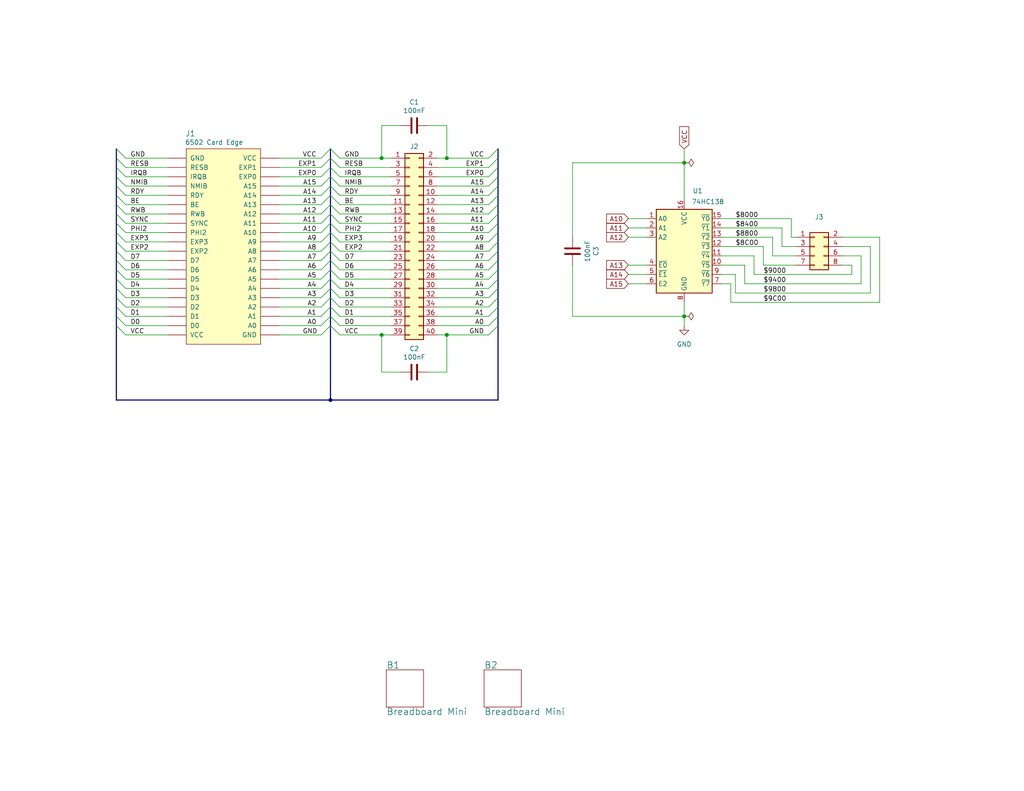
<source format=kicad_sch>
(kicad_sch (version 20250114) (generator "eeschema") (generator_version "9.0")
  (paper "USLetter")
  (title_block (title "6502 Prototype Card") (date "2024-06-12") (rev "1.0") (company "A.C. Wright Design"))
  (lib_symbols
    (symbol "6502 Parts:6502 Card Edge" (pin_names (offset 1.016)) (in_bom no)
      (property "Reference" "J" (at -10.16 28.448 0))
      (property "Value" "6502 Card Edge" (at -5.588 26.924 0))
      (symbol "6502 Card Edge_1_0"
        (rectangle (start -10.16 25.4) (end 10.16 -27.94) (fill (type background)))
        (pin power_in line (at -15.24 22.86 0) (length 5.08) (name "GND") (number "GND"))
        (pin bidirectional line (at -15.24 20.32 0) (length 5.08) (name "RESB") (number "RESB"))
        (pin bidirectional line (at -15.24 17.78 0) (length 5.08) (name "IRQB") (number "IRQB"))
        (pin bidirectional line (at -15.24 15.24 0) (length 5.08) (name "NMIB") (number "NMIB"))
        (pin bidirectional line (at -15.24 12.7 0) (length 5.08) (name "RDY") (number "RDY"))
        (pin bidirectional line (at -15.24 10.16 0) (length 5.08) (name "BE") (number "BE"))
        (pin bidirectional line (at -15.24 7.62 0) (length 5.08) (name "RWB") (number "RWB"))
        (pin bidirectional line (at -15.24 5.08 0) (length 5.08) (name "SYNC") (number "SYNC"))
        (pin bidirectional line (at -15.24 2.54 0) (length 5.08) (name "PHI2") (number "PHI2"))
        (pin bidirectional line (at -15.24 0 0) (length 5.08) (name "EXP3") (number "EXP3"))
        (pin bidirectional line (at -15.24 -2.54 0) (length 5.08) (name "EXP2") (number "EXP2"))
        (pin bidirectional line (at -15.24 -5.08 0) (length 5.08) (name "D7") (number "D7"))
        (pin bidirectional line (at -15.24 -7.62 0) (length 5.08) (name "D6") (number "D6"))
        (pin bidirectional line (at -15.24 -10.16 0) (length 5.08) (name "D5") (number "D5"))
        (pin bidirectional line (at -15.24 -12.7 0) (length 5.08) (name "D4") (number "D4"))
        (pin bidirectional line (at -15.24 -15.24 0) (length 5.08) (name "D3") (number "D3"))
        (pin bidirectional line (at -15.24 -17.78 0) (length 5.08) (name "D2") (number "D2"))
        (pin bidirectional line (at -15.24 -20.32 0) (length 5.08) (name "D1") (number "D1"))
        (pin bidirectional line (at -15.24 -22.86 0) (length 5.08) (name "D0") (number "D0"))
        (pin power_in line (at -15.24 -25.4 0) (length 5.08) (name "VCC") (number "VCC"))
        (pin power_in line (at 15.24 22.86 180) (length 5.08) (name "VCC") (number "VCC"))
        (pin bidirectional line (at 15.24 20.32 180) (length 5.08) (name "EXP1") (number "EXP1"))
        (pin bidirectional line (at 15.24 17.78 180) (length 5.08) (name "EXP0") (number "EXP0"))
        (pin bidirectional line (at 15.24 15.24 180) (length 5.08) (name "A15") (number "A15"))
        (pin bidirectional line (at 15.24 12.7 180) (length 5.08) (name "A14") (number "A14"))
        (pin bidirectional line (at 15.24 10.16 180) (length 5.08) (name "A13") (number "A13"))
        (pin bidirectional line (at 15.24 7.62 180) (length 5.08) (name "A12") (number "A12"))
        (pin bidirectional line (at 15.24 5.08 180) (length 5.08) (name "A11") (number "A11"))
        (pin bidirectional line (at 15.24 2.54 180) (length 5.08) (name "A10") (number "A10"))
        (pin bidirectional line (at 15.24 0 180) (length 5.08) (name "A9") (number "A9"))
        (pin bidirectional line (at 15.24 -2.54 180) (length 5.08) (name "A8") (number "A8"))
        (pin bidirectional line (at 15.24 -5.08 180) (length 5.08) (name "A7") (number "A7"))
        (pin bidirectional line (at 15.24 -7.62 180) (length 5.08) (name "A6") (number "A6"))
        (pin bidirectional line (at 15.24 -10.16 180) (length 5.08) (name "A5") (number "A5"))
        (pin bidirectional line (at 15.24 -12.7 180) (length 5.08) (name "A4") (number "A4"))
        (pin bidirectional line (at 15.24 -15.24 180) (length 5.08) (name "A3") (number "A3"))
        (pin bidirectional line (at 15.24 -17.78 180) (length 5.08) (name "A2") (number "A2"))
        (pin bidirectional line (at 15.24 -20.32 180) (length 5.08) (name "A1") (number "A1"))
        (pin bidirectional line (at 15.24 -22.86 180) (length 5.08) (name "A0") (number "A0"))
        (pin power_in line (at 15.24 -25.4 180) (length 5.08) (name "GND") (number "GND"))
      )
    )
    (symbol "6502 Parts:Breadboard Mini" (pin_names (offset 1.016))
      (property "Reference" "B" (at -5.08 5.334 0))
      (property "Value" "Breadboard Mini" (at -5.08 -5.334 0))
      (symbol "Breadboard Mini_1_0"
        (polyline (pts (xy -5.08 5.08) (xy -5.08 -5.08)))
        (polyline (pts (xy -5.08 -5.08) (xy 5.08 -5.08)))
        (polyline (pts (xy 5.08 5.08) (xy -5.08 5.08)))
        (polyline (pts (xy 5.08 -5.08) (xy 5.08 5.08)))
      )
    )
    (symbol "74xx:74HC138"
      (property "Reference" "U" (at -7.62 13.97 0))
      (property "Value" "74HC138" (at 2.54 -11.43 0))
      (symbol "74HC138_0_1"
        (rectangle (start -7.62 12.7) (end 7.62 -10.16) (stroke (width 0.254)) (fill (type background)))
      )
      (symbol "74HC138_1_1"
        (pin input line (at -10.16 10.16 0) (length 2.54) (name "A0") (number "1"))
        (pin input line (at -10.16 7.62 0) (length 2.54) (name "A1") (number "2"))
        (pin input line (at -10.16 5.08 0) (length 2.54) (name "A2") (number "3"))
        (pin input line (at -10.16 -2.54 0) (length 2.54) (name "~{E0}") (number "4"))
        (pin input line (at -10.16 -5.08 0) (length 2.54) (name "~{E1}") (number "5"))
        (pin input line (at -10.16 -7.62 0) (length 2.54) (name "E2") (number "6"))
        (pin power_in line (at 0 15.24 270) (length 2.54) (name "VCC") (number "16"))
        (pin power_in line (at 0 -12.7 90) (length 2.54) (name "GND") (number "8"))
        (pin output line (at 10.16 10.16 180) (length 2.54) (name "~{Y0}") (number "15"))
        (pin output line (at 10.16 7.62 180) (length 2.54) (name "~{Y1}") (number "14"))
        (pin output line (at 10.16 5.08 180) (length 2.54) (name "~{Y2}") (number "13"))
        (pin output line (at 10.16 2.54 180) (length 2.54) (name "~{Y3}") (number "12"))
        (pin output line (at 10.16 0 180) (length 2.54) (name "~{Y4}") (number "11"))
        (pin output line (at 10.16 -2.54 180) (length 2.54) (name "~{Y5}") (number "10"))
        (pin output line (at 10.16 -5.08 180) (length 2.54) (name "~{Y6}") (number "9"))
        (pin output line (at 10.16 -7.62 180) (length 2.54) (name "~{Y7}") (number "7"))
      )
    )
    (symbol "Connector_Generic:Conn_02x04_Odd_Even" (pin_names (offset 1.016) (hide yes))
      (property "Reference" "J" (at 1.27 5.08 0))
      (property "Value" "Conn_02x04_Odd_Even" (at 1.27 -7.62 0))
      (symbol "Conn_02x04_Odd_Even_1_1"
        (rectangle (start -1.27 3.81) (end 3.81 -6.35) (stroke (width 0.254)) (fill (type background)))
        (rectangle (start -1.27 2.667) (end 0 2.413) (stroke (width 0.1524)))
        (rectangle (start -1.27 0.127) (end 0 -0.127) (stroke (width 0.1524)))
        (rectangle (start -1.27 -2.413) (end 0 -2.667) (stroke (width 0.1524)))
        (rectangle (start -1.27 -4.953) (end 0 -5.207) (stroke (width 0.1524)))
        (rectangle (start 3.81 2.667) (end 2.54 2.413) (stroke (width 0.1524)))
        (rectangle (start 3.81 0.127) (end 2.54 -0.127) (stroke (width 0.1524)))
        (rectangle (start 3.81 -2.413) (end 2.54 -2.667) (stroke (width 0.1524)))
        (rectangle (start 3.81 -4.953) (end 2.54 -5.207) (stroke (width 0.1524)))
        (pin passive line (at -5.08 2.54 0) (length 3.81) (name "Pin_1") (number "1"))
        (pin passive line (at -5.08 0 0) (length 3.81) (name "Pin_3") (number "3"))
        (pin passive line (at -5.08 -2.54 0) (length 3.81) (name "Pin_5") (number "5"))
        (pin passive line (at -5.08 -5.08 0) (length 3.81) (name "Pin_7") (number "7"))
        (pin passive line (at 7.62 2.54 180) (length 3.81) (name "Pin_2") (number "2"))
        (pin passive line (at 7.62 0 180) (length 3.81) (name "Pin_4") (number "4"))
        (pin passive line (at 7.62 -2.54 180) (length 3.81) (name "Pin_6") (number "6"))
        (pin passive line (at 7.62 -5.08 180) (length 3.81) (name "Pin_8") (number "8"))
      )
    )
    (symbol "Connector_Generic:Conn_02x20_Odd_Even" (pin_names (offset 1.016) (hide yes))
      (property "Reference" "J" (at 1.27 25.4 0))
      (property "Value" "Conn_02x20_Odd_Even" (at 1.27 -27.94 0))
      (symbol "Conn_02x20_Odd_Even_1_1"
        (rectangle (start -1.27 24.13) (end 3.81 -26.67) (stroke (width 0.254)) (fill (type background)))
        (rectangle (start -1.27 22.987) (end 0 22.733) (stroke (width 0.1524)))
        (rectangle (start -1.27 20.447) (end 0 20.193) (stroke (width 0.1524)))
        (rectangle (start -1.27 17.907) (end 0 17.653) (stroke (width 0.1524)))
        (rectangle (start -1.27 15.367) (end 0 15.113) (stroke (width 0.1524)))
        (rectangle (start -1.27 12.827) (end 0 12.573) (stroke (width 0.1524)))
        (rectangle (start -1.27 10.287) (end 0 10.033) (stroke (width 0.1524)))
        (rectangle (start -1.27 7.747) (end 0 7.493) (stroke (width 0.1524)))
        (rectangle (start -1.27 5.207) (end 0 4.953) (stroke (width 0.1524)))
        (rectangle (start -1.27 2.667) (end 0 2.413) (stroke (width 0.1524)))
        (rectangle (start -1.27 0.127) (end 0 -0.127) (stroke (width 0.1524)))
        (rectangle (start -1.27 -2.413) (end 0 -2.667) (stroke (width 0.1524)))
        (rectangle (start -1.27 -4.953) (end 0 -5.207) (stroke (width 0.1524)))
        (rectangle (start -1.27 -7.493) (end 0 -7.747) (stroke (width 0.1524)))
        (rectangle (start -1.27 -10.033) (end 0 -10.287) (stroke (width 0.1524)))
        (rectangle (start -1.27 -12.573) (end 0 -12.827) (stroke (width 0.1524)))
        (rectangle (start -1.27 -15.113) (end 0 -15.367) (stroke (width 0.1524)))
        (rectangle (start -1.27 -17.653) (end 0 -17.907) (stroke (width 0.1524)))
        (rectangle (start -1.27 -20.193) (end 0 -20.447) (stroke (width 0.1524)))
        (rectangle (start -1.27 -22.733) (end 0 -22.987) (stroke (width 0.1524)))
        (rectangle (start -1.27 -25.273) (end 0 -25.527) (stroke (width 0.1524)))
        (rectangle (start 3.81 22.987) (end 2.54 22.733) (stroke (width 0.1524)))
        (rectangle (start 3.81 20.447) (end 2.54 20.193) (stroke (width 0.1524)))
        (rectangle (start 3.81 17.907) (end 2.54 17.653) (stroke (width 0.1524)))
        (rectangle (start 3.81 15.367) (end 2.54 15.113) (stroke (width 0.1524)))
        (rectangle (start 3.81 12.827) (end 2.54 12.573) (stroke (width 0.1524)))
        (rectangle (start 3.81 10.287) (end 2.54 10.033) (stroke (width 0.1524)))
        (rectangle (start 3.81 7.747) (end 2.54 7.493) (stroke (width 0.1524)))
        (rectangle (start 3.81 5.207) (end 2.54 4.953) (stroke (width 0.1524)))
        (rectangle (start 3.81 2.667) (end 2.54 2.413) (stroke (width 0.1524)))
        (rectangle (start 3.81 0.127) (end 2.54 -0.127) (stroke (width 0.1524)))
        (rectangle (start 3.81 -2.413) (end 2.54 -2.667) (stroke (width 0.1524)))
        (rectangle (start 3.81 -4.953) (end 2.54 -5.207) (stroke (width 0.1524)))
        (rectangle (start 3.81 -7.493) (end 2.54 -7.747) (stroke (width 0.1524)))
        (rectangle (start 3.81 -10.033) (end 2.54 -10.287) (stroke (width 0.1524)))
        (rectangle (start 3.81 -12.573) (end 2.54 -12.827) (stroke (width 0.1524)))
        (rectangle (start 3.81 -15.113) (end 2.54 -15.367) (stroke (width 0.1524)))
        (rectangle (start 3.81 -17.653) (end 2.54 -17.907) (stroke (width 0.1524)))
        (rectangle (start 3.81 -20.193) (end 2.54 -20.447) (stroke (width 0.1524)))
        (rectangle (start 3.81 -22.733) (end 2.54 -22.987) (stroke (width 0.1524)))
        (rectangle (start 3.81 -25.273) (end 2.54 -25.527) (stroke (width 0.1524)))
        (pin passive line (at -5.08 22.86 0) (length 3.81) (name "Pin_1") (number "1"))
        (pin passive line (at -5.08 20.32 0) (length 3.81) (name "Pin_3") (number "3"))
        (pin passive line (at -5.08 17.78 0) (length 3.81) (name "Pin_5") (number "5"))
        (pin passive line (at -5.08 15.24 0) (length 3.81) (name "Pin_7") (number "7"))
        (pin passive line (at -5.08 12.7 0) (length 3.81) (name "Pin_9") (number "9"))
        (pin passive line (at -5.08 10.16 0) (length 3.81) (name "Pin_11") (number "11"))
        (pin passive line (at -5.08 7.62 0) (length 3.81) (name "Pin_13") (number "13"))
        (pin passive line (at -5.08 5.08 0) (length 3.81) (name "Pin_15") (number "15"))
        (pin passive line (at -5.08 2.54 0) (length 3.81) (name "Pin_17") (number "17"))
        (pin passive line (at -5.08 0 0) (length 3.81) (name "Pin_19") (number "19"))
        (pin passive line (at -5.08 -2.54 0) (length 3.81) (name "Pin_21") (number "21"))
        (pin passive line (at -5.08 -5.08 0) (length 3.81) (name "Pin_23") (number "23"))
        (pin passive line (at -5.08 -7.62 0) (length 3.81) (name "Pin_25") (number "25"))
        (pin passive line (at -5.08 -10.16 0) (length 3.81) (name "Pin_27") (number "27"))
        (pin passive line (at -5.08 -12.7 0) (length 3.81) (name "Pin_29") (number "29"))
        (pin passive line (at -5.08 -15.24 0) (length 3.81) (name "Pin_31") (number "31"))
        (pin passive line (at -5.08 -17.78 0) (length 3.81) (name "Pin_33") (number "33"))
        (pin passive line (at -5.08 -20.32 0) (length 3.81) (name "Pin_35") (number "35"))
        (pin passive line (at -5.08 -22.86 0) (length 3.81) (name "Pin_37") (number "37"))
        (pin passive line (at -5.08 -25.4 0) (length 3.81) (name "Pin_39") (number "39"))
        (pin passive line (at 7.62 22.86 180) (length 3.81) (name "Pin_2") (number "2"))
        (pin passive line (at 7.62 20.32 180) (length 3.81) (name "Pin_4") (number "4"))
        (pin passive line (at 7.62 17.78 180) (length 3.81) (name "Pin_6") (number "6"))
        (pin passive line (at 7.62 15.24 180) (length 3.81) (name "Pin_8") (number "8"))
        (pin passive line (at 7.62 12.7 180) (length 3.81) (name "Pin_10") (number "10"))
        (pin passive line (at 7.62 10.16 180) (length 3.81) (name "Pin_12") (number "12"))
        (pin passive line (at 7.62 7.62 180) (length 3.81) (name "Pin_14") (number "14"))
        (pin passive line (at 7.62 5.08 180) (length 3.81) (name "Pin_16") (number "16"))
        (pin passive line (at 7.62 2.54 180) (length 3.81) (name "Pin_18") (number "18"))
        (pin passive line (at 7.62 0 180) (length 3.81) (name "Pin_20") (number "20"))
        (pin passive line (at 7.62 -2.54 180) (length 3.81) (name "Pin_22") (number "22"))
        (pin passive line (at 7.62 -5.08 180) (length 3.81) (name "Pin_24") (number "24"))
        (pin passive line (at 7.62 -7.62 180) (length 3.81) (name "Pin_26") (number "26"))
        (pin passive line (at 7.62 -10.16 180) (length 3.81) (name "Pin_28") (number "28"))
        (pin passive line (at 7.62 -12.7 180) (length 3.81) (name "Pin_30") (number "30"))
        (pin passive line (at 7.62 -15.24 180) (length 3.81) (name "Pin_32") (number "32"))
        (pin passive line (at 7.62 -17.78 180) (length 3.81) (name "Pin_34") (number "34"))
        (pin passive line (at 7.62 -20.32 180) (length 3.81) (name "Pin_36") (number "36"))
        (pin passive line (at 7.62 -22.86 180) (length 3.81) (name "Pin_38") (number "38"))
        (pin passive line (at 7.62 -25.4 180) (length 3.81) (name "Pin_40") (number "40"))
      )
    )
    (symbol "Device:C" (pin_numbers (hide yes)) (pin_names (offset 0.254))
      (property "Reference" "C" (at 0.635 2.54 0))
      (property "Value" "C" (at 0.635 -2.54 0))
      (symbol "C_0_1"
        (polyline (pts (xy -2.032 0.762) (xy 2.032 0.762)) (stroke (width 0.508)))
        (polyline (pts (xy -2.032 -0.762) (xy 2.032 -0.762)) (stroke (width 0.508)))
      )
      (symbol "C_1_1"
        (pin passive line (at 0 3.81 270) (length 2.794) (name "~") (number "1"))
        (pin passive line (at 0 -3.81 90) (length 2.794) (name "~") (number "2"))
      )
    )
    (symbol "power:GND" (power) (pin_numbers (hide yes)) (pin_names (offset 0) (hide yes))
      (property "Value" "GND" (at 0 -3.81 0))
      (symbol "GND_0_1"
        (polyline (pts (xy 0 0) (xy 0 -1.27) (xy 1.27 -1.27) (xy 0 -2.54) (xy -1.27 -1.27) (xy 0 -1.27)))
      )
      (symbol "GND_1_1"
        (pin power_in line (at 0 0 270) (length 0) (name "~") (number "1"))
      )
    )
    (symbol "power:PWR_FLAG" (power) (pin_numbers (hide yes)) (pin_names (offset 0) (hide yes))
      (property "Value" "PWR_FLAG" (at 0 3.81 0))
      (symbol "PWR_FLAG_0_0"
        (pin power_out line (at 0 0 90) (length 0) (name "~") (number "1"))
      )
      (symbol "PWR_FLAG_0_1"
        (polyline (pts (xy 0 0) (xy 0 1.27) (xy -1.016 1.905) (xy 0 2.54) (xy 1.016 1.905) (xy 0 1.27)))
      )
    )
  )
  (junction (at 186.69 86.36))
  (junction (at 121.92 43.18))
  (junction (at 90.17 109.22))
  (junction (at 121.92 91.44))
  (junction (at 104.14 91.44))
  (junction (at 186.69 44.45))
  (junction (at 104.14 43.18))
  (bus_entry (at 31.75 48.26) (size 2.54 2.54))
  (bus_entry (at 135.89 83.82) (size -2.54 2.54))
  (bus_entry (at 135.89 50.8) (size -2.54 2.54))
  (bus_entry (at 90.17 66.04) (size -2.54 2.54))
  (bus_entry (at 31.75 71.12) (size 2.54 2.54))
  (bus_entry (at 90.17 55.88) (size -2.54 2.54))
  (bus_entry (at 90.17 45.72) (size 2.54 2.54))
  (bus_entry (at 90.17 81.28) (size -2.54 2.54))
  (bus_entry (at 90.17 48.26) (size 2.54 2.54))
  (bus_entry (at 31.75 76.2) (size 2.54 2.54))
  (bus_entry (at 90.17 53.34) (size 2.54 2.54))
  (bus_entry (at 90.17 73.66) (size -2.54 2.54))
  (bus_entry (at 31.75 40.64) (size 2.54 2.54))
  (bus_entry (at 135.89 43.18) (size -2.54 2.54))
  (bus_entry (at 90.17 50.8) (size -2.54 2.54))
  (bus_entry (at 31.75 43.18) (size 2.54 2.54))
  (bus_entry (at 135.89 81.28) (size -2.54 2.54))
  (bus_entry (at 135.89 71.12) (size -2.54 2.54))
  (bus_entry (at 135.89 66.04) (size -2.54 2.54))
  (bus_entry (at 90.17 63.5) (size 2.54 2.54))
  (bus_entry (at 90.17 40.64) (size 2.54 2.54))
  (bus_entry (at 135.89 45.72) (size -2.54 2.54))
  (bus_entry (at 90.17 81.28) (size 2.54 2.54))
  (bus_entry (at 90.17 63.5) (size -2.54 2.54))
  (bus_entry (at 135.89 40.64) (size -2.54 2.54))
  (bus_entry (at 90.17 71.12) (size -2.54 2.54))
  (bus_entry (at 31.75 63.5) (size 2.54 2.54))
  (bus_entry (at 31.75 50.8) (size 2.54 2.54))
  (bus_entry (at 135.89 58.42) (size -2.54 2.54))
  (bus_entry (at 90.17 73.66) (size 2.54 2.54))
  (bus_entry (at 90.17 71.12) (size 2.54 2.54))
  (bus_entry (at 31.75 81.28) (size 2.54 2.54))
  (bus_entry (at 31.75 60.96) (size 2.54 2.54))
  (bus_entry (at 90.17 68.58) (size -2.54 2.54))
  (bus_entry (at 135.89 76.2) (size -2.54 2.54))
  (bus_entry (at 90.17 55.88) (size 2.54 2.54))
  (bus_entry (at 90.17 76.2) (size 2.54 2.54))
  (bus_entry (at 90.17 60.96) (size -2.54 2.54))
  (bus_entry (at 135.89 48.26) (size -2.54 2.54))
  (bus_entry (at 135.89 78.74) (size -2.54 2.54))
  (bus_entry (at 90.17 60.96) (size 2.54 2.54))
  (bus_entry (at 90.17 78.74) (size 2.54 2.54))
  (bus_entry (at 31.75 66.04) (size 2.54 2.54))
  (bus_entry (at 31.75 58.42) (size 2.54 2.54))
  (bus_entry (at 90.17 78.74) (size -2.54 2.54))
  (bus_entry (at 31.75 86.36) (size 2.54 2.54))
  (bus_entry (at 90.17 86.36) (size -2.54 2.54))
  (bus_entry (at 90.17 88.9) (size -2.54 2.54))
  (bus_entry (at 31.75 83.82) (size 2.54 2.54))
  (bus_entry (at 135.89 88.9) (size -2.54 2.54))
  (bus_entry (at 90.17 48.26) (size -2.54 2.54))
  (bus_entry (at 90.17 50.8) (size 2.54 2.54))
  (bus_entry (at 90.17 45.72) (size -2.54 2.54))
  (bus_entry (at 90.17 40.64) (size -2.54 2.54))
  (bus_entry (at 135.89 68.58) (size -2.54 2.54))
  (bus_entry (at 90.17 76.2) (size -2.54 2.54))
  (bus_entry (at 90.17 43.18) (size -2.54 2.54))
  (bus_entry (at 90.17 58.42) (size -2.54 2.54))
  (bus_entry (at 31.75 45.72) (size 2.54 2.54))
  (bus_entry (at 90.17 68.58) (size 2.54 2.54))
  (bus_entry (at 135.89 60.96) (size -2.54 2.54))
  (bus_entry (at 31.75 55.88) (size 2.54 2.54))
  (bus_entry (at 31.75 78.74) (size 2.54 2.54))
  (bus_entry (at 90.17 66.04) (size 2.54 2.54))
  (bus_entry (at 90.17 83.82) (size -2.54 2.54))
  (bus_entry (at 90.17 43.18) (size 2.54 2.54))
  (bus_entry (at 31.75 68.58) (size 2.54 2.54))
  (bus_entry (at 135.89 86.36) (size -2.54 2.54))
  (bus_entry (at 90.17 53.34) (size -2.54 2.54))
  (bus_entry (at 90.17 88.9) (size 2.54 2.54))
  (bus_entry (at 135.89 63.5) (size -2.54 2.54))
  (bus_entry (at 135.89 53.34) (size -2.54 2.54))
  (bus_entry (at 31.75 73.66) (size 2.54 2.54))
  (bus_entry (at 90.17 58.42) (size 2.54 2.54))
  (bus_entry (at 90.17 86.36) (size 2.54 2.54))
  (bus_entry (at 90.17 83.82) (size 2.54 2.54))
  (bus_entry (at 135.89 55.88) (size -2.54 2.54))
  (bus_entry (at 135.89 73.66) (size -2.54 2.54))
  (bus_entry (at 31.75 53.34) (size 2.54 2.54))
  (bus_entry (at 31.75 88.9) (size 2.54 2.54))
  (wire (pts (xy 104.14 101.6) (xy 109.22 101.6)))
  (wire (pts (xy 106.68 43.18) (xy 104.14 43.18)))
  (wire (pts (xy 232.41 74.93) (xy 232.41 72.39)))
  (wire (pts (xy 133.35 88.9) (xy 119.38 88.9)))
  (bus (pts (xy 31.75 63.5) (xy 31.75 66.04)))
  (wire (pts (xy 92.71 60.96) (xy 106.68 60.96)))
  (wire (pts (xy 171.45 62.23) (xy 176.53 62.23)))
  (wire (pts (xy 34.29 68.58) (xy 45.72 68.58)))
  (wire (pts (xy 119.38 71.12) (xy 133.35 71.12)))
  (bus (pts (xy 90.17 40.64) (xy 90.17 43.18)))
  (wire (pts (xy 76.2 91.44) (xy 87.63 91.44)))
  (wire (pts (xy 121.92 91.44) (xy 121.92 101.6)))
  (bus (pts (xy 135.89 40.64) (xy 135.89 43.18)))
  (wire (pts (xy 119.38 86.36) (xy 133.35 86.36)))
  (wire (pts (xy 133.35 83.82) (xy 119.38 83.82)))
  (wire (pts (xy 213.36 62.23) (xy 213.36 67.31)))
  (bus (pts (xy 90.17 76.2) (xy 90.17 78.74)))
  (bus (pts (xy 31.75 58.42) (xy 31.75 60.96)))
  (bus (pts (xy 90.17 73.66) (xy 90.17 76.2)))
  (wire (pts (xy 234.95 69.85) (xy 229.87 69.85)))
  (wire (pts (xy 171.45 59.69) (xy 176.53 59.69)))
  (wire (pts (xy 104.14 43.18) (xy 104.14 34.29)))
  (bus (pts (xy 90.17 43.18) (xy 90.17 45.72)))
  (wire (pts (xy 186.69 44.45) (xy 186.69 40.64)))
  (bus (pts (xy 90.17 71.12) (xy 90.17 73.66)))
  (wire (pts (xy 76.2 71.12) (xy 87.63 71.12)))
  (wire (pts (xy 203.2 77.47) (xy 234.95 77.47)))
  (wire (pts (xy 34.29 88.9) (xy 45.72 88.9)))
  (wire (pts (xy 196.85 67.31) (xy 208.28 67.31)))
  (wire (pts (xy 106.68 58.42) (xy 92.71 58.42)))
  (wire (pts (xy 208.28 72.39) (xy 217.17 72.39)))
  (bus (pts (xy 135.89 58.42) (xy 135.89 60.96)))
  (bus (pts (xy 90.17 78.74) (xy 90.17 81.28)))
  (wire (pts (xy 34.29 43.18) (xy 45.72 43.18)))
  (wire (pts (xy 34.29 78.74) (xy 45.72 78.74)))
  (bus (pts (xy 90.17 55.88) (xy 90.17 58.42)))
  (wire (pts (xy 119.38 76.2) (xy 133.35 76.2)))
  (wire (pts (xy 106.68 73.66) (xy 92.71 73.66)))
  (wire (pts (xy 186.69 82.55) (xy 186.69 86.36)))
  (wire (pts (xy 76.2 63.5) (xy 87.63 63.5)))
  (bus (pts (xy 31.75 43.18) (xy 31.75 45.72)))
  (bus (pts (xy 90.17 45.72) (xy 90.17 48.26)))
  (wire (pts (xy 87.63 83.82) (xy 76.2 83.82)))
  (wire (pts (xy 106.68 68.58) (xy 92.71 68.58)))
  (bus (pts (xy 90.17 68.58) (xy 90.17 71.12)))
  (wire (pts (xy 133.35 58.42) (xy 119.38 58.42)))
  (wire (pts (xy 34.29 63.5) (xy 45.72 63.5)))
  (wire (pts (xy 210.82 69.85) (xy 217.17 69.85)))
  (wire (pts (xy 121.92 91.44) (xy 133.35 91.44)))
  (wire (pts (xy 196.85 69.85) (xy 205.74 69.85)))
  (bus (pts (xy 135.89 53.34) (xy 135.89 55.88)))
  (bus (pts (xy 31.75 40.64) (xy 31.75 43.18)))
  (wire (pts (xy 87.63 73.66) (xy 76.2 73.66)))
  (wire (pts (xy 121.92 101.6) (xy 116.84 101.6)))
  (wire (pts (xy 92.71 50.8) (xy 106.68 50.8)))
  (wire (pts (xy 237.49 67.31) (xy 229.87 67.31)))
  (wire (pts (xy 92.71 66.04) (xy 106.68 66.04)))
  (bus (pts (xy 135.89 55.88) (xy 135.89 58.42)))
  (wire (pts (xy 104.14 34.29) (xy 109.22 34.29)))
  (wire (pts (xy 237.49 80.01) (xy 237.49 67.31)))
  (bus (pts (xy 135.89 60.96) (xy 135.89 63.5)))
  (wire (pts (xy 199.39 82.55) (xy 199.39 77.47)))
  (wire (pts (xy 76.2 68.58) (xy 87.63 68.58)))
  (wire (pts (xy 45.72 45.72) (xy 34.29 45.72)))
  (bus (pts (xy 31.75 68.58) (xy 31.75 71.12)))
  (wire (pts (xy 196.85 62.23) (xy 213.36 62.23)))
  (bus (pts (xy 31.75 109.22) (xy 90.17 109.22)))
  (wire (pts (xy 196.85 77.47) (xy 199.39 77.47)))
  (bus (pts (xy 31.75 45.72) (xy 31.75 48.26)))
  (wire (pts (xy 205.74 74.93) (xy 232.41 74.93)))
  (wire (pts (xy 240.03 82.55) (xy 199.39 82.55)))
  (bus (pts (xy 90.17 66.04) (xy 90.17 68.58)))
  (wire (pts (xy 106.68 83.82) (xy 92.71 83.82)))
  (bus (pts (xy 31.75 66.04) (xy 31.75 68.58)))
  (wire (pts (xy 87.63 60.96) (xy 76.2 60.96)))
  (wire (pts (xy 119.38 45.72) (xy 133.35 45.72)))
  (bus (pts (xy 135.89 66.04) (xy 135.89 68.58)))
  (wire (pts (xy 215.9 59.69) (xy 215.9 64.77)))
  (wire (pts (xy 203.2 72.39) (xy 203.2 77.47)))
  (wire (pts (xy 34.29 83.82) (xy 45.72 83.82)))
  (wire (pts (xy 76.2 50.8) (xy 87.63 50.8)))
  (bus (pts (xy 90.17 58.42) (xy 90.17 60.96)))
  (wire (pts (xy 200.66 80.01) (xy 237.49 80.01)))
  (wire (pts (xy 45.72 86.36) (xy 34.29 86.36)))
  (wire (pts (xy 156.21 86.36) (xy 186.69 86.36)))
  (bus (pts (xy 31.75 83.82) (xy 31.75 86.36)))
  (wire (pts (xy 76.2 86.36) (xy 87.63 86.36)))
  (wire (pts (xy 45.72 76.2) (xy 34.29 76.2)))
  (wire (pts (xy 45.72 60.96) (xy 34.29 60.96)))
  (wire (pts (xy 213.36 67.31) (xy 217.17 67.31)))
  (wire (pts (xy 234.95 77.47) (xy 234.95 69.85)))
  (bus (pts (xy 31.75 88.9) (xy 31.75 109.22)))
  (bus (pts (xy 90.17 60.96) (xy 90.17 63.5)))
  (wire (pts (xy 87.63 78.74) (xy 76.2 78.74)))
  (wire (pts (xy 92.71 76.2) (xy 106.68 76.2)))
  (wire (pts (xy 45.72 55.88) (xy 34.29 55.88)))
  (wire (pts (xy 76.2 81.28) (xy 87.63 81.28)))
  (wire (pts (xy 210.82 64.77) (xy 210.82 69.85)))
  (bus (pts (xy 90.17 63.5) (xy 90.17 66.04)))
  (bus (pts (xy 31.75 81.28) (xy 31.75 83.82)))
  (wire (pts (xy 133.35 48.26) (xy 119.38 48.26)))
  (wire (pts (xy 34.29 48.26) (xy 45.72 48.26)))
  (wire (pts (xy 76.2 53.34) (xy 87.63 53.34)))
  (bus (pts (xy 31.75 71.12) (xy 31.75 73.66)))
  (wire (pts (xy 121.92 34.29) (xy 121.92 43.18)))
  (wire (pts (xy 171.45 72.39) (xy 176.53 72.39)))
  (wire (pts (xy 119.38 60.96) (xy 133.35 60.96)))
  (wire (pts (xy 106.68 91.44) (xy 104.14 91.44)))
  (wire (pts (xy 119.38 81.28) (xy 133.35 81.28)))
  (wire (pts (xy 196.85 64.77) (xy 210.82 64.77)))
  (bus (pts (xy 135.89 50.8) (xy 135.89 53.34)))
  (bus (pts (xy 90.17 50.8) (xy 90.17 53.34)))
  (wire (pts (xy 76.2 45.72) (xy 87.63 45.72)))
  (wire (pts (xy 87.63 88.9) (xy 76.2 88.9)))
  (wire (pts (xy 87.63 48.26) (xy 76.2 48.26)))
  (wire (pts (xy 92.71 81.28) (xy 106.68 81.28)))
  (wire (pts (xy 133.35 73.66) (xy 119.38 73.66)))
  (wire (pts (xy 106.68 63.5) (xy 92.71 63.5)))
  (wire (pts (xy 45.72 91.44) (xy 34.29 91.44)))
  (wire (pts (xy 92.71 71.12) (xy 106.68 71.12)))
  (wire (pts (xy 133.35 78.74) (xy 119.38 78.74)))
  (wire (pts (xy 34.29 53.34) (xy 45.72 53.34)))
  (wire (pts (xy 119.38 91.44) (xy 121.92 91.44)))
  (bus (pts (xy 135.89 76.2) (xy 135.89 78.74)))
  (wire (pts (xy 196.85 74.93) (xy 200.66 74.93)))
  (wire (pts (xy 186.69 44.45) (xy 156.21 44.45)))
  (bus (pts (xy 90.17 86.36) (xy 90.17 88.9)))
  (wire (pts (xy 186.69 54.61) (xy 186.69 44.45)))
  (wire (pts (xy 92.71 55.88) (xy 106.68 55.88)))
  (wire (pts (xy 76.2 58.42) (xy 87.63 58.42)))
  (wire (pts (xy 156.21 86.36) (xy 156.21 72.39)))
  (wire (pts (xy 186.69 86.36) (xy 186.69 88.9)))
  (bus (pts (xy 31.75 78.74) (xy 31.75 81.28)))
  (wire (pts (xy 215.9 64.77) (xy 217.17 64.77)))
  (wire (pts (xy 171.45 64.77) (xy 176.53 64.77)))
  (wire (pts (xy 229.87 64.77) (xy 240.03 64.77)))
  (wire (pts (xy 208.28 67.31) (xy 208.28 72.39)))
  (bus (pts (xy 90.17 83.82) (xy 90.17 86.36)))
  (bus (pts (xy 90.17 48.26) (xy 90.17 50.8)))
  (wire (pts (xy 92.71 45.72) (xy 106.68 45.72)))
  (wire (pts (xy 119.38 66.04) (xy 133.35 66.04)))
  (wire (pts (xy 92.71 91.44) (xy 104.14 91.44)))
  (wire (pts (xy 133.35 68.58) (xy 119.38 68.58)))
  (wire (pts (xy 45.72 66.04) (xy 34.29 66.04)))
  (wire (pts (xy 133.35 63.5) (xy 119.38 63.5)))
  (bus (pts (xy 135.89 78.74) (xy 135.89 81.28)))
  (wire (pts (xy 45.72 50.8) (xy 34.29 50.8)))
  (wire (pts (xy 92.71 88.9) (xy 106.68 88.9)))
  (bus (pts (xy 31.75 50.8) (xy 31.75 53.34)))
  (wire (pts (xy 156.21 44.45) (xy 156.21 64.77)))
  (bus (pts (xy 31.75 73.66) (xy 31.75 76.2)))
  (bus (pts (xy 31.75 53.34) (xy 31.75 55.88)))
  (wire (pts (xy 34.29 73.66) (xy 45.72 73.66)))
  (bus (pts (xy 90.17 53.34) (xy 90.17 55.88)))
  (wire (pts (xy 119.38 55.88) (xy 133.35 55.88)))
  (bus (pts (xy 135.89 83.82) (xy 135.89 86.36)))
  (bus (pts (xy 135.89 73.66) (xy 135.89 76.2)))
  (wire (pts (xy 116.84 34.29) (xy 121.92 34.29)))
  (wire (pts (xy 200.66 74.93) (xy 200.66 80.01)))
  (wire (pts (xy 133.35 53.34) (xy 119.38 53.34)))
  (wire (pts (xy 104.14 43.18) (xy 92.71 43.18)))
  (bus (pts (xy 135.89 63.5) (xy 135.89 66.04)))
  (bus (pts (xy 135.89 71.12) (xy 135.89 73.66)))
  (wire (pts (xy 87.63 55.88) (xy 76.2 55.88)))
  (bus (pts (xy 135.89 43.18) (xy 135.89 45.72)))
  (wire (pts (xy 104.14 91.44) (xy 104.14 101.6)))
  (wire (pts (xy 106.68 48.26) (xy 92.71 48.26)))
  (bus (pts (xy 31.75 48.26) (xy 31.75 50.8)))
  (bus (pts (xy 90.17 88.9) (xy 90.17 109.22)))
  (wire (pts (xy 121.92 43.18) (xy 133.35 43.18)))
  (bus (pts (xy 135.89 86.36) (xy 135.89 88.9)))
  (bus (pts (xy 31.75 55.88) (xy 31.75 58.42)))
  (wire (pts (xy 76.2 43.18) (xy 87.63 43.18)))
  (wire (pts (xy 119.38 50.8) (xy 133.35 50.8)))
  (bus (pts (xy 135.89 45.72) (xy 135.89 48.26)))
  (wire (pts (xy 76.2 76.2) (xy 87.63 76.2)))
  (wire (pts (xy 171.45 74.93) (xy 176.53 74.93)))
  (wire (pts (xy 196.85 59.69) (xy 215.9 59.69)))
  (bus (pts (xy 90.17 109.22) (xy 135.89 109.22)))
  (wire (pts (xy 232.41 72.39) (xy 229.87 72.39)))
  (wire (pts (xy 106.68 53.34) (xy 92.71 53.34)))
  (wire (pts (xy 87.63 66.04) (xy 76.2 66.04)))
  (bus (pts (xy 135.89 88.9) (xy 135.89 109.22)))
  (bus (pts (xy 135.89 68.58) (xy 135.89 71.12)))
  (bus (pts (xy 31.75 76.2) (xy 31.75 78.74)))
  (wire (pts (xy 45.72 71.12) (xy 34.29 71.12)))
  (bus (pts (xy 31.75 60.96) (xy 31.75 63.5)))
  (bus (pts (xy 135.89 48.26) (xy 135.89 50.8)))
  (wire (pts (xy 196.85 72.39) (xy 203.2 72.39)))
  (bus (pts (xy 135.89 81.28) (xy 135.89 83.82)))
  (wire (pts (xy 106.68 78.74) (xy 92.71 78.74)))
  (wire (pts (xy 34.29 58.42) (xy 45.72 58.42)))
  (wire (pts (xy 171.45 77.47) (xy 176.53 77.47)))
  (wire (pts (xy 240.03 64.77) (xy 240.03 82.55)))
  (wire (pts (xy 121.92 43.18) (xy 119.38 43.18)))
  (bus (pts (xy 31.75 86.36) (xy 31.75 88.9)))
  (bus (pts (xy 90.17 81.28) (xy 90.17 83.82)))
  (wire (pts (xy 205.74 69.85) (xy 205.74 74.93)))
  (wire (pts (xy 92.71 86.36) (xy 106.68 86.36)))
  (wire (pts (xy 45.72 81.28) (xy 34.29 81.28)))
  (label "A10" (at 86.36 63.5 180))
  (label "A6" (at 86.36 73.66 180))
  (label "EXP3" (at 93.98 66.04 0))
  (label "A0" (at 132.08 88.9 180))
  (label "NMIB" (at 93.98 50.8 0))
  (label "D7" (at 35.56 71.12 0))
  (label "A0" (at 86.36 88.9 180))
  (label "A4" (at 86.36 78.74 180))
  (label "EXP3" (at 35.56 66.04 0))
  (label "$9800" (at 208.28 80.01 0))
  (label "GND" (at 82.55 91.44 0))
  (label "GND" (at 35.56 43.18 0))
  (label "A11" (at 132.08 60.96 180))
  (label "A8" (at 132.08 68.58 180))
  (label "NMIB" (at 35.56 50.8 0))
  (label "SYNC" (at 35.56 60.96 0))
  (label "BE" (at 35.56 55.88 0))
  (label "SYNC" (at 93.98 60.96 0))
  (label "A14" (at 86.36 53.34 180))
  (label "VCC" (at 82.55 43.18 0))
  (label "A9" (at 132.08 66.04 180))
  (label "D2" (at 35.56 83.82 0))
  (label "EXP2" (at 93.98 68.58 0))
  (label "PHI2" (at 93.98 63.5 0))
  (label "A12" (at 132.08 58.42 180))
  (label "IRQB" (at 35.56 48.26 0))
  (label "A5" (at 86.36 76.2 180))
  (label "RWB" (at 93.98 58.42 0))
  (label "A7" (at 132.08 71.12 180))
  (label "A1" (at 86.36 86.36 180))
  (label "A13" (at 86.36 55.88 180))
  (label "IRQB" (at 93.98 48.26 0))
  (label "$8400" (at 200.66 62.23 0))
  (label "A3" (at 86.36 81.28 180))
  (label "EXP1" (at 132.08 45.72 180))
  (label "A2" (at 86.36 83.82 180))
  (label "A6" (at 132.08 73.66 180))
  (label "$8000" (at 200.66 59.69 0))
  (label "$9000" (at 208.28 74.93 0))
  (label "D6" (at 93.98 73.66 0))
  (label "D6" (at 35.56 73.66 0))
  (label "EXP2" (at 35.56 68.58 0))
  (label "BE" (at 93.98 55.88 0))
  (label "EXP0" (at 86.36 48.26 180))
  (label "$8C00" (at 200.66 67.31 0))
  (label "D4" (at 35.56 78.74 0))
  (label "A11" (at 86.36 60.96 180))
  (label "A15" (at 132.08 50.8 180))
  (label "D5" (at 93.98 76.2 0))
  (label "D0" (at 93.98 88.9 0))
  (label "A2" (at 132.08 83.82 180))
  (label "D3" (at 93.98 81.28 0))
  (label "GND" (at 132.08 91.44 180))
  (label "EXP0" (at 132.08 48.26 180))
  (label "A1" (at 132.08 86.36 180))
  (label "VCC" (at 35.56 91.44 0))
  (label "A15" (at 86.36 50.8 180))
  (label "PHI2" (at 35.56 63.5 0))
  (label "A13" (at 132.08 55.88 180))
  (label "D1" (at 35.56 86.36 0))
  (label "A12" (at 86.36 58.42 180))
  (label "D2" (at 93.98 83.82 0))
  (label "$9C00" (at 208.28 82.55 0))
  (label "A14" (at 132.08 53.34 180))
  (label "D3" (at 35.56 81.28 0))
  (label "RDY" (at 35.56 53.34 0))
  (label "D0" (at 35.56 88.9 0))
  (label "$9400" (at 208.28 77.47 0))
  (label "GND" (at 93.98 43.18 0))
  (label "A7" (at 86.36 71.12 180))
  (label "RWB" (at 35.56 58.42 0))
  (label "D4" (at 93.98 78.74 0))
  (label "A5" (at 132.08 76.2 180))
  (label "A8" (at 86.36 68.58 180))
  (label "A10" (at 132.08 63.5 180))
  (label "D5" (at 35.56 76.2 0))
  (label "D7" (at 93.98 71.12 0))
  (label "A4" (at 132.08 78.74 180))
  (label "RESB" (at 93.98 45.72 0))
  (label "A9" (at 86.36 66.04 180))
  (label "EXP1" (at 86.36 45.72 180))
  (label "RDY" (at 93.98 53.34 0))
  (label "RESB" (at 35.56 45.72 0))
  (label "VCC" (at 132.08 43.18 180))
  (label "D1" (at 93.98 86.36 0))
  (label "A3" (at 132.08 81.28 180))
  (label "$8800" (at 200.66 64.77 0))
  (label "VCC" (at 93.98 91.44 0))
  (global_label "A15" (shape input) (at 171.45 77.47 180) (property "Intersheetrefs" "${INTERSHEET_REFS}" (effects (hide yes))))
  (global_label "A13" (shape input) (at 171.45 72.39 180) (property "Intersheetrefs" "${INTERSHEET_REFS}" (effects (hide yes))))
  (global_label "A12" (shape input) (at 171.45 64.77 180) (property "Intersheetrefs" "${INTERSHEET_REFS}" (effects (hide yes))))
  (global_label "VCC" (shape input) (at 186.69 40.64 90) (property "Intersheetrefs" "${INTERSHEET_REFS}" (effects (hide yes))))
  (global_label "A14" (shape input) (at 171.45 74.93 180) (property "Intersheetrefs" "${INTERSHEET_REFS}" (effects (hide yes))))
  (global_label "A10" (shape input) (at 171.45 59.69 180) (property "Intersheetrefs" "${INTERSHEET_REFS}" (effects (hide yes))))
  (global_label "A11" (shape input) (at 171.45 62.23 180) (property "Intersheetrefs" "${INTERSHEET_REFS}" (effects (hide yes))))
  (symbol (lib_id "6502 Parts:Breadboard Mini") (at 137.16 187.96 0) (unit 1)
    (property "Reference" "B2" (at 132.08 182.626 0) (effects (font (size 1.778 1.778)) (justify left bottom)))
    (property "Value" "Breadboard Mini" (at 132.08 193.294 0) (effects (font (size 1.778 1.778)) (justify left top)))
    (property "Footprint" "6502 Parts:Breadboard Mini" (effects (hide yes)))
    (property "Sparkfun" "PRT-12047" (effects (hide yes)))
  )
  (symbol (lib_id "6502 Parts:6502 Card Edge") (at 60.96 66.04 0) (unit 1) (in_bom no)
    (property "Reference" "J1" (at 50.546 37.338 0) (effects (font (size 1.4986 1.4986)) (justify left bottom)))
    (property "Value" "6502 Card Edge" (at 58.42 38.862 0))
    (property "Footprint" "6502 Parts:6502 Card Edge" (effects (hide yes)))
  )
  (symbol (lib_id "Connector_Generic:Conn_02x20_Odd_Even") (at 111.76 66.04 0) (unit 1) (in_bom no)
    (property "Reference" "J2" (at 113.03 40.005 0))
    (property "Value" "Conn_02x20_Odd_Even" (effects (hide yes)))
    (property "Footprint" "Connector_PinSocket_2.54mm:PinSocket_2x20_P2.54mm_Vertical" (effects (hide yes)))
  )
  (symbol (lib_id "74xx:74HC138") (at 186.69 69.85 0) (unit 1)
    (property "Reference" "U1" (at 188.976 52.832 0) (effects (justify left bottom)))
    (property "Value" "74HC138" (at 188.722 54.356 0) (effects (justify left top)))
    (property "Footprint" "Package_SO:SOIC-16_3.9x9.9mm_P1.27mm" (effects (hide yes)))
    (property "Datasheet" "http://www.ti.com/lit/ds/symlink/cd74hc238.pdf" (effects (hide yes)))
    (property "Description" "3-to-8 line decoder/multiplexer inverting, DIP-16/SOIC-16/SSOP-16" (effects (hide yes)))
    (property "LCSC" "C5602" (effects (hide yes)))
  )
  (symbol (lib_id "Connector_Generic:Conn_02x04_Odd_Even") (at 222.25 67.31 0) (unit 1) (in_bom no)
    (property "Reference" "J3" (at 223.52 59.2582 0))
    (property "Value" "Conn_02x04_Odd_Even" (effects (hide yes)))
    (property "Footprint" "Connector_PinHeader_2.54mm:PinHeader_2x04_P2.54mm_Vertical" (effects (hide yes)))
  )
  (symbol (lib_id "Device:C") (at 113.03 34.29 90) (unit 1)
    (property "Reference" "C1" (at 113.03 27.8892 90))
    (property "Value" "100nF" (at 113.03 30.2006 90))
    (property "Footprint" "Capacitor_SMD:C_0805_2012Metric" (effects (hide yes)))
    (property "LCSC" "C49678" (effects (hide yes)))
  )
  (symbol (lib_id "Device:C") (at 113.03 101.6 90) (unit 1)
    (property "Reference" "C2" (at 113.03 95.1992 90))
    (property "Value" "100nF" (at 113.03 97.5106 90))
    (property "Footprint" "Capacitor_SMD:C_0805_2012Metric" (effects (hide yes)))
    (property "LCSC" "C49678" (effects (hide yes)))
  )
  (symbol (lib_id "Device:C") (at 156.21 68.58 0) (unit 1)
    (property "Reference" "C3" (at 162.6108 68.58 90))
    (property "Value" "100nF" (at 160.2994 68.58 90))
    (property "Footprint" "Capacitor_SMD:C_0805_2012Metric" (effects (hide yes)))
    (property "LCSC" "C49678" (effects (hide yes)))
  )
  (symbol (lib_id "6502 Parts:Breadboard Mini") (at 110.49 187.96 0) (unit 1)
    (property "Reference" "B1" (at 105.41 182.626 0) (effects (font (size 1.778 1.778)) (justify left bottom)))
    (property "Value" "Breadboard Mini" (at 105.41 193.294 0) (effects (font (size 1.778 1.778)) (justify left top)))
    (property "Footprint" "6502 Parts:Breadboard Mini" (effects (hide yes)))
    (property "Sparkfun" "PRT-12047" (effects (hide yes)))
  )
  (symbol (lib_id "power:PWR_FLAG") (at 186.69 44.45 270) (unit 1)
    (property "Reference" "#FLG01" (effects (hide yes)))
    (property "Value" "PWR_FLAG" (effects (hide yes)))
    (property "Description" "Special symbol for telling ERC where power comes from" (effects (hide yes)))
  )
  (symbol (lib_id "power:PWR_FLAG") (at 186.69 86.36 270) (unit 1)
    (property "Reference" "#FLG02" (effects (hide yes)))
    (property "Value" "PWR_FLAG" (effects (hide yes)))
    (property "Description" "Special symbol for telling ERC where power comes from" (effects (hide yes)))
  )
  (symbol (lib_id "power:GND") (at 186.69 88.9 0) (unit 1)
    (property "Reference" "#PWR01" (effects (hide yes)))
    (property "Value" "GND" (at 186.69 93.98 0))
    (property "Description" "Power symbol creates a global label with name \"GND\" , ground" (effects (hide yes)))
  )
)
</source>
